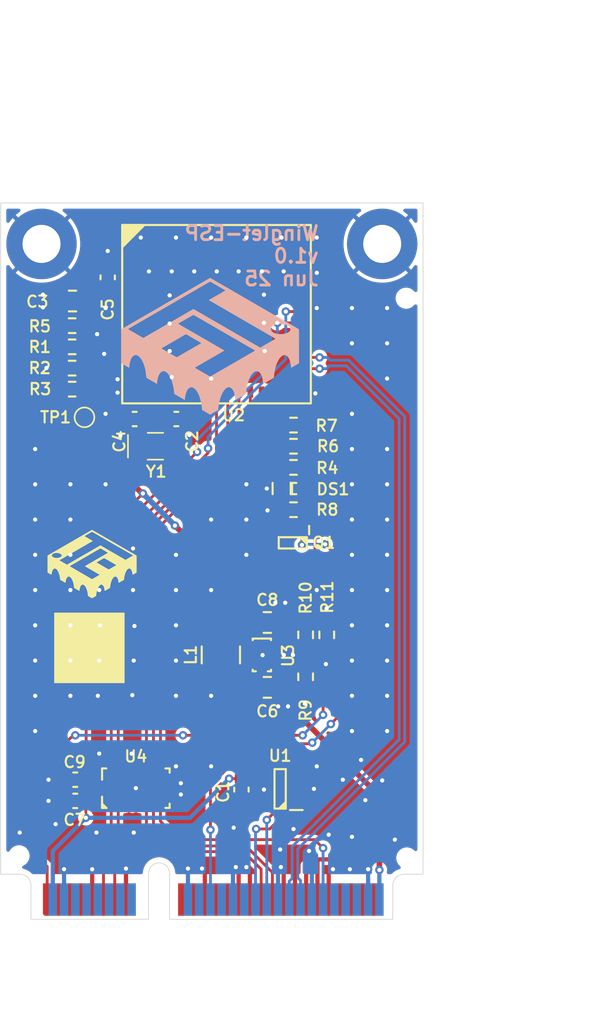
<source format=kicad_pcb>
(kicad_pcb (version 20241229) (generator "pcbnew") (generator_version "9.0")
  (title_block (title "${LAYER_NAME}") (date "2025-06-01") (rev "v1.0") (company "TL Embedded Ltd"))
  (layers (0 "F.Cu" signal) (2 "B.Cu" signal) (13 "F.Paste" user) (15 "B.Paste" user) (5 "F.SilkS" user "F.Silkscreen") (7 "B.SilkS" user "B.Silkscreen") (1 "F.Mask" user) (3 "B.Mask" user) (25 "Edge.Cuts" user))
  (property "LAYER_NAME" "")
  (net 0 "")
  (net 1 "GND")
  (net 2 "+VDDIO")
  (net 3 "/ESP/OSCO")
  (net 4 "/ESP/OSCI")
  (net 5 "+VDD")
  (net 6 "/Connector/I2C_SCL")
  (net 7 "/Connector/I2C_SDA")
  (net 9 "+BATT")
  (net 12 "/Connector/DCD")
  (net 16 "/Connector/USB_DM")
  (net 18 "/Connector/WAKE")
  (net 25 "/Connector/TX")
  (net 26 "/Connector/USB_DP")
  (net 28 "/Connector/RESET")
  (net 29 "/Connector/NETLIGHT")
  (net 36 "/Connector/DTR")
  (net 37 "/Connector/RX")
  (net 41 "Net-(U3-LX1)")
  (net 42 "/ESP/ESP_BOOT")
  (net 43 "Net-(U3-LX2)")
  (net 44 "/ESP/VDD_SNS")
  (net 45 "/ESP/IO2")
  (net 46 "/ESP/IO8")
  (net 48 "/ESP/ESP_DCD")
  (net 51 "/ESP/ESP_TX")
  (net 61 "/ESP/ESP_NETLIGHT")
  (net 64 "/ESP/ESP_DTR")
  (net 66 "/ESP/ESP_RX")
  (net 67 "Net-(DS1-A)")
  (net 68 "/ESP/LED")
  (net 75 "/ESP/ESP_EN")
  (net 76 "Net-(U3-FB)")
  (footprint "C_Capacitor:C_0603" (layer "F.Cu") (at 94.515 67.72 180)
    (property "Reference" "C4")
    (property "Value" "8p" (hide yes))
  )
  (footprint "N_NonPart:ToolingHole_1mm" (layer "F.Cu") (at 113.8 59.15)
    (property "Reference" "N2" (hide yes))
    (property "Value" "ToolingHole" (hide yes))
  )
  (footprint "C_Capacitor:C_0603" (layer "F.Cu") (at 97.475 67.72)
    (property "Reference" "C2")
    (property "Value" "8p" (hide yes))
  )
  (footprint "C_Capacitor:C_0603" (layer "F.Cu") (at 90.295 94.8 180)
    (property "Reference" "C7")
    (property "Value" "100n" (hide yes))
  )
  (footprint "R_Resistor:R_0603" (layer "F.Cu") (at 105.8 68.15 180)
    (property "Reference" "R7")
    (property "Value" "100K" (hide yes))
  )
  (footprint "R_Resistor:R_0603" (layer "F.Cu") (at 90.075 61.1)
    (property "Reference" "R5")
    (property "Value" "100K" (hide yes))
  )
  (footprint "C_Capacitor:C_0603" (layer "F.Cu") (at 92.6 57.675 90)
    (property "Reference" "C5")
    (property "Value" "100n" (hide yes))
  )
  (footprint "R_Resistor:R_0603" (layer "F.Cu") (at 105.8 69.65 180)
    (property "Reference" "R6")
    (property "Value" "100K" (hide yes))
  )
  (footprint "N_NonPart:QR_5mm_JLC" (layer "F.Cu") (at 91.3 83.95)
    (property "Reference" "N1" (hide yes))
    (property "Value" "QR 5mm" (hide yes))
  )
  (footprint "M_Mechanical:PTH_M2.5" (layer "F.Cu") (at 112.1 55.3 90)
    (property "Reference" "M2" (hide yes))
    (property "Value" "PTH_M2.5" (hide yes))
  )
  (footprint "R_Resistor:R_0603" (layer "F.Cu") (at 90.075 64.11 180)
    (property "Reference" "R2")
    (property "Value" "100K" (hide yes))
  )
  (footprint "U_IC:SOT583" (layer "F.Cu") (at 103.55 84.45)
    (property "Reference" "U3")
    (property "Value" "TPS631000DRLR" (hide yes))
  )
  (footprint "C_Capacitor:C_0805" (layer "F.Cu") (at 90.1 59.35 180)
    (property "Reference" "C3")
    (property "Value" "10u" (hide yes))
  )
  (footprint "R_Resistor:R_0603" (layer "F.Cu") (at 90.075 62.6)
    (property "Reference" "R1")
    (property "Value" "100K" (hide yes))
  )
  (footprint "R_Resistor:R_0603" (layer "F.Cu") (at 106.66 86 -90)
    (property "Reference" "R9")
    (property "Value" "100K" (hide yes))
  )
  (footprint "U_Module:ESP32-C3-MINI-1U" (layer "F.Cu") (at 100.33 60.91)
    (property "Reference" "U2")
    (property "Value" "ESP32-C3-MINI-1U-N4" (hide yes))
  )
  (footprint "R_Resistor:R_0603" (layer "F.Cu") (at 90.075 65.6)
    (property "Reference" "R3")
    (property "Value" "100K" (hide yes))
  )
  (footprint "L_Inductor:L_1210" (layer "F.Cu") (at 100.64 84.45 90)
    (property "Reference" "L1")
    (property "Value" "NLCV32T-1R0M-PFR" (hide yes))
  )
  (footprint "U_IC:SOT23_5" (layer "F.Cu") (at 104.85 93.95 180)
    (property "Reference" "U1")
    (property "Value" "24AA01T-I/OT" (hide yes))
  )
  (footprint "N_NonPart:PCIe-Mini" (layer "F.Cu") (at 100 100)
    (property "Reference" "N5" (hide yes))
    (property "Value" "PCIe-Mini" (hide yes))
    (fp_line (start -13.65 0) (end -15 0) (stroke (width 0.05)) (layer "Edge.Cuts"))
    (fp_line (start -12.85 3.2) (end -12.85 0.8) (stroke (width 0.05)) (layer "Edge.Cuts"))
    (fp_line (start -4.5 3.2) (end -12.85 3.2) (stroke (width 0.05)) (layer "Edge.Cuts"))
    (fp_line (start -4.5 3.2) (end -4.5 -0.05) (stroke (width 0.05)) (layer "Edge.Cuts"))
    (fp_line (start -3 3.2) (end -3 -0.05) (stroke (width 0.05)) (layer "Edge.Cuts"))
    (fp_line (start -3 3.2) (end 12.85 3.2) (stroke (width 0.05)) (layer "Edge.Cuts"))
    (fp_line (start 12.85 3.2) (end 12.85 0.8) (stroke (width 0.05)) (layer "Edge.Cuts"))
    (fp_line (start 15 0) (end 13.65 0) (stroke (width 0.05)) (layer "Edge.Cuts"))
    (fp_arc (start -13.65 0) (mid -13.084315 0.234315) (end -12.85 0.8) (stroke (width 0.05)) (layer "Edge.Cuts"))
    (fp_arc (start -4.5 -0.05) (mid -3.75 -0.8) (end -3 -0.05) (stroke (width 0.05)) (layer "Edge.Cuts"))
    (fp_arc (start 12.85 0.8) (mid 13.084314 0.234314) (end 13.65 0) (stroke (width 0.05)) (layer "Edge.Cuts"))
  )
  (footprint "R_Resistor:R_0603" (layer "F.Cu") (at 108.16 83.025 90)
    (property "Reference" "R11")
    (property "Value" "100K" (hide yes))
  )
  (footprint "C_Capacitor:C_0805" (layer "F.Cu") (at 103.94 82.15)
    (property "Reference" "C8")
    (property "Value" "47u,6.3V" (hide yes))
  )
  (footprint "TP_TestPoint:TestPoint_1mm" (layer "F.Cu") (at 90.95 67.6)
    (property "Reference" "TP1")
    (property "Value" "~" (hide yes))
  )
  (footprint "N_NonPart:TL_Embedded_5mm" (layer "F.Cu") (at 91.5 78)
    (property "Reference" "~" (hide yes))
    (property "Value" "TL_Embedded" (hide yes))
  )
  (footprint "R_Resistor:R_0603" (layer "F.Cu") (at 105.8 71.15)
    (property "Reference" "R4")
    (property "Value" "470R" (hide yes))
  )
  (footprint "N_NonPart:ToolingHole_1mm" (layer "F.Cu") (at 113.85 98.85)
    (property "Reference" "N3" (hide yes))
    (property "Value" "ToolingHole" (hide yes))
  )
  (footprint "Y_Oscillator:Crystal_SMD2_3.2x1.5" (layer "F.Cu") (at 95.99 69.65)
    (property "Reference" "Y1")
    (property "Value" "SC32S-7PF20PPM" (hide yes))
  )
  (footprint "DS_LED:DS_0603" (layer "F.Cu") (at 105.8 72.65)
    (property "Reference" "DS1")
    (property "Value" "150060RS55040" (hide yes))
  )
  (footprint "R_Resistor:R_0603" (layer "F.Cu") (at 106.66 83.025 -90)
    (property "Reference" "R10")
    (property "Value" "560K" (hide yes))
  )
  (footprint "C_Capacitor:C_0603" (layer "F.Cu") (at 102.1 94 -90)
    (property "Reference" "C1")
    (property "Value" "100n" (hide yes))
  )
  (footprint "U_IC:SC70-3" (layer "F.Cu") (at 105.75 76.5 -90)
    (property "Reference" "Q1")
    (property "Value" "DMG1012UW-7" (hide yes))
  )
  (footprint "C_Capacitor:C_0805" (layer "F.Cu") (at 103.94 86.75)
    (property "Reference" "C6")
    (property "Value" "10u" (hide yes))
  )
  (footprint "N_NonPart:ToolingHole_1mm" (layer "F.Cu") (at 86.3 98.7)
    (property "Reference" "N4" (hide yes))
    (property "Value" "ToolingHole" (hide yes))
  )
  (footprint "R_Resistor:R_0603" (layer "F.Cu") (at 105.8 74.15 180)
    (property "Reference" "R8")
    (property "Value" "100K" (hide yes))
  )
  (footprint "U_IC:WQFN20_05_4.5x2.5" (layer "F.Cu") (at 94.6 93.9 90)
    (property "Reference" "U4")
    (property "Value" "FXLA108BQX" (hide yes))
  )
  (footprint "M_Mechanical:PTH_M2.5" (layer "F.Cu") (at 87.9 55.3 90)
    (property "Reference" "M1" (hide yes))
    (property "Value" "PTH_M2.5" (hide yes))
  )
  (footprint "C_Capacitor:C_0603" (layer "F.Cu") (at 90.295 93.3 180)
    (property "Reference" "C9")
    (property "Value" "100n" (hide yes))
  )
  (footprint "N_NonPart:TL_Embedded_10mm" (layer "B.Cu") (at 99.85 62.55 180)
    (property "Reference" "~" (hide yes))
    (property "Value" "TL_Embedded" (hide yes))
  )
  (gr_line (start 85 52.4) (end 85 100) (stroke (width 0.05)) (layer "Edge.Cuts"))
  (gr_line (start 115 100) (end 115 52.4) (stroke (width 0.05)) (layer "Edge.Cuts"))
  (gr_line (start 115 52.4) (end 85 52.4) (stroke (width 0.05)) (layer "Edge.Cuts"))
  (gr_text "Winglet-ESP\nv1.0\nJun 25" (at 107.69 58.35 0) (layer "B.SilkS") (effects (font (size 1 1) (thickness 0.2) (bold yes)) (justify left bottom mirror)))
  (segment (start 93.9 101.8) (end 93.9 99.6) (width 0.3) (layer "F.Cu") (net 1))
  (segment (start 96.735 94.15) (end 94.85 94.15) (width 0.2) (layer "F.Cu") (net 1))
  (segment (start 104.9 99.55) (end 105.1 99.75) (width 0.3) (layer "F.Cu") (net 1))
  (segment (start 104.86 84.7) (end 105.11 84.45) (width 0.2) (layer "F.Cu") (net 1))
  (segment (start 103.865608 84.2) (end 103.600914 84.464694) (width 0.2) (layer "F.Cu") (net 1))
  (segment (start 104.29 84.2) (end 104.86 84.2) (width 0.2) (layer "F.Cu") (net 1))
  (segment (start 102.7 99.75) (end 102.7 101.8) (width 0.3) (layer "F.Cu") (net 1))
  (segment (start 108.3 101.8) (end 108.3 99.95) (width 0.3) (layer "F.Cu") (net 1))
  (segment (start 105.1 99.75) (end 105.1 101.8) (width 0.3) (layer "F.Cu") (net 1))
  (segment (start 94.85 94.15) (end 94.6 93.9) (width 0.2) (layer "F.Cu") (net 1))
  (segment (start 94.85 93.65) (end 94.6 93.9) (width 0.2) (layer "F.Cu") (net 1))
  (segment (start 91.5 101.8) (end 91.5 99.65) (width 0.3) (layer "F.Cu") (net 1))
  (segment (start 104.29 84.7) (end 103.83622 84.7) (width 0.2) (layer "F.Cu") (net 1))
  (segment (start 101.7 99.5) (end 101.7 99.55) (width 0.3) (layer "F.Cu") (net 1))
  (segment (start 103.83622 84.7) (end 103.600914 84.464694) (width 0.2) (layer "F.Cu") (net 1))
  (segment (start 108.3 99.95) (end 108.6 99.65) (width 0.3) (layer "F.Cu") (net 1))
  (segment (start 96.735 93.65) (end 94.85 93.65) (width 0.2) (layer "F.Cu") (net 1))
  (segment (start 104.29 84.7) (end 104.86 84.7) (width 0.2) (layer "F.Cu") (net 1))
  (segment (start 104.86 84.2) (end 105.11 84.45) (width 0.2) (layer "F.Cu") (net 1))
  (segment (start 101.9 99.75) (end 101.9 101.8) (width 0.3) (layer "F.Cu") (net 1))
  (segment (start 99.5 101.8) (end 99.5 99.8) (width 0.3) (layer "F.Cu") (net 1))
  (segment (start 104.9 99.5) (end 104.9 99.55) (width 0.3) (layer "F.Cu") (net 1))
  (segment (start 105.9 101.8) (end 105.9 99.5) (width 0.3) (layer "F.Cu") (net 1))
  (segment (start 99.5 99.8) (end 99.3 99.6) (width 0.3) (layer "F.Cu") (net 1))
  (segment (start 104.29 84.2) (end 103.865608 84.2) (width 0.2) (layer "F.Cu") (net 1))
  (segment (start 101.7 99.55) (end 101.9 99.75) (width 0.3) (layer "F.Cu") (net 1))
  (segment (start 102.45 99.5) (end 102.7 99.75) (width 0.3) (layer "F.Cu") (net 1))
  (via (at 103.7 60.9) (size 0.6) (drill 0.3) (layers "F.Cu" "B.Cu") (net 1))
  (via (at 109.95 77.35) (size 0.6) (drill 0.3) (layers "F.Cu" "B.Cu") (net 1))
  (via (at 89.95 74.85) (size 0.6) (drill 0.3) (layers "F.Cu" "B.Cu") (net 1))
  (via (at 112.45 89.85) (size 0.6) (drill 0.3) (layers "F.Cu" "B.Cu") (net 1))
  (via (at 98.75 57.25) (size 0.6) (drill 0.3) (layers "F.Cu" "B.Cu") (net 1))
  (via (at 92.45 72.35) (size 0.6) (drill 0.3) (layers "F.Cu" "B.Cu") (net 1))
  (via (at 87.45 72.35) (size 0.6) (drill 0.3) (layers "F.Cu" "B.Cu") (net 1))
  (via (at 109.95 89.85) (size 0.6) (drill 0.3) (layers "F.Cu" "B.Cu") (net 1))
  (via (at 94.4 79.85) (size 0.6) (drill 0.3) (layers "F.Cu" "B.Cu") (net 1))
  (via (at 111.1 99.65) (size 0.6) (drill 0.3) (layers "F.Cu" "B.Cu") (net 1))
  (via (at 107.45 57.35) (size 0.6) (drill 0.3) (layers "F.Cu" "B.Cu") (net 1))
  (via (at 94.45 97.05) (size 0.6) (drill 0.3) (layers "F.Cu" "B.Cu") (net 1))
  (via (at 107.45 59.85) (size 0.6) (drill 0.3) (layers "F.Cu" "B.Cu") (net 1))
  (via (at 99.3 99.6) (size 0.6) (drill 0.3) (layers "F.Cu" "B.Cu") (net 1))
  (via (at 106.6 87.9) (size 0.6) (drill 0.3) (layers "F.Cu" "B.Cu") (net 1))
  (via (at 104.95 54.85) (size 0.6) (drill 0.3) (layers "F.Cu" "B.Cu") (net 1))
  (via (at 92.35 63.1) (size 0.6) (drill 0.3) (layers "F.Cu" "B.Cu") (net 1))
  (via (at 109.95 74.85) (size 0.6) (drill 0.3) (layers "F.Cu" "B.Cu") (net 1))
  (via (at 97.45 82.35) (size 0.6) (drill 0.3) (layers "F.Cu" "B.Cu") (net 1))
  (via (at 108.1 85.1) (size 0.6) (drill 0.3) (layers "F.Cu" "B.Cu") (net 1))
  (via (at 103.7 94) (size 0.6) (drill 0.3) (layers "F.Cu" "B.Cu") (net 1))
  (via (at 94.4 76.9) (size 0.6) (drill 0.3) (layers "F.Cu" "B.Cu") (net 1))
  (via (at 99.95 74.85) (size 0.6) (drill 0.3) (layers "F.Cu" "B.Cu") (net 1))
  (via (at 109.95 62.35) (size 0.6) (drill 0.3) (layers "F.Cu" "B.Cu") (net 1))
  (via (at 87.45 69.85) (size 0.6) (drill 0.3) (layers "F.Cu" "B.Cu") (net 1))
  (via (at 109.95 69.85) (size 0.6) (drill 0.3) (layers "F.Cu" "B.Cu") (net 1))
  (via (at 105.8 96.8) (size 0.6) (drill 0.3) (layers "F.Cu" "B.Cu") (net 1))
  (via (at 92.05 82.35) (size 0.6) (drill 0.3) (layers "F.Cu" "B.Cu") (net 1))
  (via (at 109.95 84.85) (size 0.6) (drill 0.3) (layers "F.Cu" "B.Cu") (net 1))
  (via (at 87.45 87.35) (size 0.6) (drill 0.3) (layers "F.Cu" "B.Cu") (net 1))
  (via (at 94.6 93.9) (size 0.6) (drill 0.3) (layers "F.Cu" "B.Cu") (net 1))
  (via (at 101.7 99.5) (size 0.6) (drill 0.3) (layers "F.Cu" "B.Cu") (net 1))
  (via (at 109.95 82.35) (size 0.6) (drill 0.3) (layers "F.Cu" "B.Cu") (net 1))
  (via (at 103.9 72.65) (size 0.6) (drill 0.3) (layers "F.Cu" "B.Cu") (net 1))
  (via (at 102.45 72.35) (size 0.6) (drill 0.3) (layers "F.Cu" "B.Cu") (net 1))
  (via (at 105.76 84.45) (size 0.6) (drill 0.3) (layers "F.Cu" "B.Cu") (net 1))
  (via (at 89.95 82.35) (size 0.6) (drill 0.3) (layers "F.Cu" "B.Cu") (net 1))
  (via (at 95.53 57.25) (size 0.6) (drill 0.3) (layers "F.Cu" "B.Cu") (net 1))
  (via (at 88.395 94.8) (size 0.6) (drill 0.3) (layers "F.Cu" "B.Cu") (net 1))
  (via (at 110.9 94.75) (size 0.6) (drill 0.3) (layers "F.Cu" "B.Cu") (net 1))
  (via (at 91.5 99.65) (size 0.6) (drill 0.3) (layers "F.Cu" "B.Cu") (net 1))
  (via (at 101.55 96.7) (size 0.6) (drill 0.3) (layers "F.Cu" "B.Cu") (net 1))
  (via (at 112.45 87.35) (size 0.6) (drill 0.3) (layers "F.Cu" "B.Cu") (net 1))
  (via (at 88 59.8) (size 0.6) (drill 0.3) (layers "F.Cu" "B.Cu") (net 1))
  (via (at 103.55 57.25) (size 0.6) (drill 0.3) (layers "F.Cu" "B.Cu") (net 1))
  (via (at 94.5 82.4) (size 0.6) (drill 0.3) (layers "F.Cu" "B.Cu") (net 1))
  (via (at 112.45 82.35) (size 0.6) (drill 0.3) (layers "F.Cu" "B.Cu") (net 1))
  (via (at 92 79.85) (size 0.6) (drill 0.3) (layers "F.Cu" "B.Cu") (net 1))
  (via (at 93.3 65.85) (size 0.6) (drill 0.3) (layers "F.Cu" "B.Cu") (net 1))
  (via (at 107.45 92.35) (size 0.6) (drill 0.3) (layers "F.Cu" "B.Cu") (net 1))
  (via (at 113 97.55) (size 0.6) (drill 0.3) (layers "F.Cu" "B.Cu") (net 1))
  (via (at 89.95 72.35) (size 0.6) (drill 0.3) (layers "F.Cu" "B.Cu") (net 1))
  (via (at 110.6 91.9) (size 0.6) (drill 0.3) (layers "F.Cu" "B.Cu") (net 1))
  (via (at 97.45 92.35) (size 0.6) (drill 0.3) (layers "F.Cu" "B.Cu") (net 1))
  (via (at 104.51 80.75) (size 0.6) (drill 0.3) (layers "F.Cu" "B.Cu") (net 1))
  (via (at 112.45 77.35) (size 0.6) (drill 0.3) (layers "F.Cu" "B.Cu") (net 1))
  (via (at 104.85 98.25) (size 0.6) (drill 0.3) (layers "F.Cu" "B.Cu") (net 1))
  (via (at 99.95 79.85) (size 0.6) (drill 0.3) (layers "F.Cu" "B.Cu") (net 1))
  (via (at 92 91.45) (size 0.6) (drill 0.3) (layers "F.Cu" "B.Cu") (net 1))
  (via (at 88 58.9) (size 0.6) (drill 0.3) (layers "F.Cu" "B.Cu") (net 1))
  (via (at 105.11 84.45) (size 0.6) (drill 0.3) (layers "F.Cu" "B.Cu") (net 1))
  (via (at 97.45 84.85) (size 0.6) (drill 0.3) (layers "F.Cu" "B.Cu") (net 1))
  (via (at 87.45 74.85) (size 0.6) (drill 0.3) (layers "F.Cu" "B.Cu") (net 1))
  (via (at 93.5 68.9) (size 0.6) (drill 0.3) (layers "F.Cu" "B.Cu") (net 1))
  (via (at 109.95 67.35) (size 0.6) (drill 0.3) (layers "F.Cu" "B.Cu") (net 1))
  (via (at 99.95 92.35) (size 0.6) (drill 0.3) (layers "F.Cu" "B.Cu") (net 1))
  (via (at 94.35 87.3) (size 0.6) (drill 0.3) (layers "F.Cu" "B.Cu") (net 1))
  (via (at 98.4 68.85) (size 0.6) (drill 0.3) (layers "F.Cu" "B.Cu") (net 1))
  (via (at 89.5 99.65) (size 0.6) (drill 0.3) (layers "F.Cu" "B.Cu") (net 1))
  (via (at 89.95 79.85) (size 0.6) (drill 0.3) (layers "F.Cu" "B.Cu") (net 1))
  (via (at 97 58.95) (size 0.6) (drill 0.3) (layers "F.Cu" "B.Cu") (net 1))
  (via (at 109.3 93.3) (size 0.6) (drill 0.3) (layers "F.Cu" "B.Cu") (net 1))
  (via (at 112.45 79.85) (size 0.6) (drill 0.3) (layers "F.Cu" "B.Cu") (net 1))
  (via (at 103.75 62.9) (size 0.6) (drill 0.3) (layers "F.Cu" "B.Cu") (net 1))
  (via (at 112.45 72.35) (size 0.6) (drill 0.3) (layers "F.Cu" "B.Cu") (net 1))
  (via (at 97.45 77.35) (size 0.6) (drill 0.3) (layers "F.Cu" "B.Cu") (net 1))
  (via (at 105.1 57.25) (size 0.6) (drill 0.3) (layers "F.Cu" "B.Cu") (net 1))
  (via (at 92 84.85) (size 0.6) (drill 0.3) (layers "F.Cu" "B.Cu") (net 1))
  (via (at 112.45 84.85) (size 0.6) (drill 0.3) (layers "F.Cu" "B.Cu") (net 1))
  (via (at 97.45 54.85) (size 0.6) (drill 0.3) (layers "F.Cu" "B.Cu") (net 1))
  (via (at 112.45 69.85) (size 0.6) (drill 0.3) (layers "F.Cu" "B.Cu") (net 1))
  (via (at 99.95 87.35) (size 0.6) (drill 0.3) (layers "F.Cu" "B.Cu") (net 1))
  (via (at 107.45 79.85) (size 0.6) (drill 0.3) (layers "F.Cu" "B.Cu") (net 1))
  (via (at 107.25 93.95) (size 0.6) (drill 0.3) (layers "F.Cu" "B.Cu") (net 1))
  (via (at 103.7 58.9) (size 0.6) (drill 0.3) (layers "F.Cu" "B.Cu") (net 1))
  (via (at 112.45 74.85) (size 0.6) (drill 0.3) (layers "F.Cu" "B.Cu") (net 1))
  (via (at 88.9 96.45) (size 0.6) (drill 0.3) (layers "F.Cu" "B.Cu") (net 1))
  (via (at 87.45 77.35) (size 0.6) (drill 0.3) (layers "F.Cu" "B.Cu") (net 1))
  (via (at 92.45 59.85) (size 0.6) (drill 0.3) (layers "F.Cu" "B.Cu") (net 1))
  (via (at 107.35 65.9) (size 0.6) (drill 0.3) (layers "F.Cu" "B.Cu") (net 1))
  (via (at 109.95 79.85) (size 0.6) (drill 0.3) (layers "F.Cu" "B.Cu") (net 1))
  (via (at 94.3 91.45) (size 0.6) (drill 0.3) (layers "F.Cu" "B.Cu") (net 1))
  (via (at 112.45 64.85) (size 0.6) (drill 0.3) (layers "F.Cu" "B.Cu") (net 1))
  (via (at 97 62.9) (size 0.6) (drill 0.3) (layers "F.Cu" "B.Cu") (net 1))
  (via (at 97.45 79.85) (size 0.6) (drill 0.3) (layers "F.Cu" "B.Cu") (net 1))
  (via (at 87.45 79.85) (size 0.6) (drill 0.3) (layers "F.Cu" "B.Cu") (net 1))
  (via (at 97.15 64.75) (size 0.6) (drill 0.3) (layers "F.Cu" "B.Cu") (net 1))
  (via (at 108.6 99.65) (size 0.6) (drill 0.3) (layers "F.Cu" "B.Cu") (net 1))
  (via (at 91.8 97.05) (size 0.6) (drill 0.3) (layers "F.Cu" "B.Cu") (net 1))
  (via (at 109.95 59.85) (size 0.6) (drill 0.3) (layers "F.Cu" "B.Cu") (net 1))
  (via (at 104.71 88.1) (size 0.6) (drill 0.3) (layers "F.Cu" "B.Cu") (net 1))
  (via (at 94.95 54.85) (size 0.6) (drill 0.3) (layers "F.Cu" "B.Cu") (net 1))
  (via (at 105.41 88.1) (size 0.6) (drill 0.3) (layers "F.Cu" "B.Cu") (net 1))
  (via (at 87.45 82.35) (size 0.6) (drill 0.3) (layers "F.Cu" "B.Cu") (net 1))
  (via (at 99.95 64.85) (size 0.6) (drill 0.3) (layers "F.Cu" "B.Cu") (net 1))
  (via (at 102.45 77.35) (size 0.6) (drill 0.3) (layers "F.Cu" "B.Cu") (net 1))
  (via (at 97.45 87.35) (size 0.6) (drill 0.3) (layers "F.Cu" "B.Cu") (net 1))
  (via (at 109.8 99.65) (size 0.6) (drill 0.3) (layers "F.Cu" "B.Cu") (net 1))
  (via (at 89.95 77.35) (size 0.6) (drill 0.3) (layers "F.Cu" "B.Cu") (net 1))
  (via (at 97 60.95) (size 0.6) (drill 0.3) (layers "F.Cu" "B.Cu") (net 1))
  (via (at 109.95 97.35) (size 0.6) (drill 0.3) (layers "F.Cu" "B.Cu") (net 1))
  (via (at 112.45 59.85) (size 0.6) (drill 0.3) (layers "F.Cu" "B.Cu") (net 1))
  (via (at 92.45 67.35) (size 0.6) (drill 0.3) (layers "F.Cu" "B.Cu") (net 1))
  (via (at 92.6 55.8) (size 0.6) (drill 0.3) (layers "F.Cu" "B.Cu") (net 1))
  (via (at 107.45 54.85) (size 0.6) (drill 0.3) (layers "F.Cu" "B.Cu") (net 1))
  (via (at 109.95 72.35) (size 0.6) (drill 0.3) (layers "F.Cu" "B.Cu") (net 1))
  (via (at 103.600914 84.464694) (size 0.6) (drill 0.3) (layers "F.Cu" "B.Cu") (net 1))
  (via (at 101.9 57.25) (size 0.6) (drill 0.3) (layers "F.Cu" "B.Cu") (net 1))
  (via (at 99.95 54.85) (size 0.6) (drill 0.3) (layers "F.Cu" "B.Cu") (net 1))
  (via (at 87.45 89.85) (size 0.6) (drill 0.3) (layers "F.Cu" "B.Cu") (net 1))
  (via (at 91.9 87.35) (size 0.6) (drill 0.3) (layers "F.Cu" "B.Cu") (net 1))
  (via (at 89.95 84.85) (size 0.6) (drill 0.3) (layers "F.Cu" "B.Cu") (net 1))
  (via (at 98.3 99.6) (size 0.6) (drill 0.3) (layers "F.Cu" "B.Cu") (net 1))
  (via (at 93.3 64.9) (size 0.6) (drill 0.3) (layers "F.Cu" "B.Cu") (net 1))
  (via (at 108.3 97.2) (size 0.6) (drill 0.3) (layers "F.Cu" "B.Cu") (net 1))
  (via (at 97.15 57.25) (size 0.6) (drill 0.3) (layers "F.Cu" "B.Cu") (net 1))
  (via (at 112.45 62.35) (size 0.6) (drill 0.3) (layers "F.Cu" "B.Cu") (net 1))
  (via (at 102.45 74.85) (size 0.6) (drill 0.3) (layers "F.Cu" "B.Cu") (net 1))
  (via (at 94.45 84.85) (size 0.6) (drill 0.3) (layers "F.Cu" "B.Cu") (net 1))
  (via (at 102.45 99.5) (size 0.6) (drill 0.3) (layers "F.Cu" "B.Cu") (net 1))
  (via (at 89.95 87.35) (size 0.6) (drill 0.3) (layers "F.Cu" "B.Cu") (net 1))
  (via (at 112.1 93.35) (size 0.6) (drill 0.3) (layers "F.Cu" "B.Cu") (net 1))
  (via (at 91.85 61.7) (size 0.6) (drill 0.3) (layers "F.Cu" "B.Cu") (net 1))
  (via (at 109.95 87.35) (size 0.6) (drill 0.3) (layers "F.Cu" "B.Cu") (net 1))
  (via (at 108.15 81.15) (size 0.6) (drill 0.3) (layers "F.Cu" "B.Cu") (net 1))
  (via (at 88.395 93.3) (size 0.6) (drill 0.3) (layers "F.Cu" "B.Cu") (net 1))
  (via (at 97.795 93.55) (size 0.6) (drill 0.3) (layers "F.Cu" "B.Cu") (net 1))
  (via (at 104.9 99.5) (size 0.6) (drill 0.3) (layers "F.Cu" "B.Cu") (net 1))
  (via (at 88.25 64.1) (size 0.6) (drill 0.3) (layers "F.Cu" "B.Cu") (net 1))
  (via (at 100.35 57.25) (size 0.6) (drill 0.3) (layers "F.Cu" "B.Cu") (net 1))
  (via (at 93.9 99.6) (size 0.6) (drill 0.3) (layers "F.Cu" "B.Cu") (net 1))
  (via (at 87.45 84.85) (size 0.6) (drill 0.3) (layers "F.Cu" "B.Cu") (net 1))
  (via (at 106.9 98.35) (size 0.6) (drill 0.3) (layers "F.Cu" "B.Cu") (net 1))
  (via (at 102.45 54.85) (size 0.6) (drill 0.3) (layers "F.Cu" "B.Cu") (net 1))
  (via (at 86.35 97.05) (size 0.6) (drill 0.3) (layers "F.Cu" "B.Cu") (net 1))
  (via (at 97.795 94.35) (size 0.6) (drill 0.3) (layers "F.Cu" "B.Cu") (net 1))
  (via (at 105.21 80.75) (size 0.6) (drill 0.3) (layers "F.Cu" "B.Cu") (net 1))
  (via (at 103.95 74.2) (size 0.6) (drill 0.3) (layers "F.Cu" "B.Cu") (net 1))
  (segment (start 111.1 101.8) (end 111.1 99.65) (width 0.3) (layer "B.Cu") (net 1))
  (segment (start 101.5 101.8) (end 101.5 99.7) (width 0.3) (layer "B.Cu") (net 1))
  (segment (start 89.5 101.8) (end 89.5 99.65) (width 0.3) (layer "B.Cu") (net 1))
  (segment (start 104.7 99.7) (end 104.7 101.8) (width 0.3) (layer "B.Cu") (net 1))
  (segment (start 101.5 99.7) (end 101.7 99.5) (width 0.3) (layer "B.Cu") (net 1))
  (segment (start 98.3 101.8) (end 98.3 99.6) (width 0.3) (layer "B.Cu") (net 1))
  (segment (start 104.9 99.5) (end 104.7 99.7) (width 0.3) (layer "B.Cu") (net 1))
  (segment (start 107.1 101.8) (end 107.1 99.6) (width 0.3) (layer "B.Cu") (net 1))
  (segment (start 102.325 93) (end 102.1 93.225) (width 0.2) (layer "F.Cu") (net 2))
  (segment (start 91.05 94.82) (end 91.07 94.8) (width 0.2) (layer "F.Cu") (net 2))
  (segment (start 103.7 93) (end 102.325 93) (width 0.2) (layer "F.Cu") (net 2))
  (segment (start 91.72 94.15) (end 91.07 94.8) (width 0.2) (layer "F.Cu") (net 2))
  (segment (start 101.225 93.225) (end 102.1 93.225) (width 0.2) (layer "F.Cu") (net 2))
  (segment (start 92.465 94.15) (end 91.72 94.15) (width 0.2) (layer "F.Cu") (net 2))
  (segment (start 91.05 96) (end 91.05 94.82) (width 0.2) (layer "F.Cu") (net 2))
  (via (at 91.05 96) (size 0.6) (drill 0.3) (layers "F.Cu" "B.Cu") (net 2))
  (via (at 101.225 93.225) (size 0.6) (drill 0.3) (layers "F.Cu" "B.Cu") (net 2))
  (segment (start 98.45 96) (end 91.05 96) (width 0.3) (layer "B.Cu") (net 2))
  (segment (start 88.7 98.35) (end 91.05 96) (width 0.3) (layer "B.Cu") (net 2))
  (segment (start 101.225 93.225) (end 98.45 96) (width 0.3) (layer "B.Cu") (net 2))
  (segment (start 88.7 101.8) (end 88.7 98.35) (width 0.3) (layer "B.Cu") (net 2))
  (segment (start 97.24 68.26) (end 96.7 67.72) (width 0.2) (layer "F.Cu") (net 3))
  (segment (start 97.24 69.65) (end 97.24 68.26) (width 0.2) (layer "F.Cu") (net 3))
  (segment (start 96.33 65.81) (end 96.33 67.35) (width 0.2) (layer "F.Cu") (net 3))
  (segment (start 96.33 67.35) (end 96.7 67.72) (width 0.2) (layer "F.Cu") (net 3))
  (segment (start 94.74 68.27) (end 95.29 67.72) (width 0.2) (layer "F.Cu") (net 4))
  (segment (start 94.74 69.65) (end 94.74 68.27) (width 0.2) (layer "F.Cu") (net 4))
  (segment (start 95.53 67.48) (end 95.29 67.72) (width 0.2) (layer "F.Cu") (net 4))
  (segment (start 95.53 65.81) (end 95.53 67.48) (width 0.2) (layer "F.Cu") (net 4))
  (segment (start 95.05 73) (end 91.6 69.55) (width 0.4) (layer "F.Cu") (net 5))
  (segment (start 102.81 83.7) (end 102.81 82.33) (width 0.3) (layer "F.Cu") (net 5))
  (segment (start 91.6 69.55) (end 89.9 69.55) (width 0.4) (layer "F.Cu") (net 5))
  (segment (start 102.81 82.33) (end 102.99 82.15) (width 0.3) (layer "F.Cu") (net 5))
  (segment (start 95.1 73) (end 95.05 73) (width 0.4) (layer "F.Cu") (net 5))
  (segment (start 102.6 80.5) (end 97.375 75.275) (width 0.4) (layer "F.Cu") (net 5))
  (segment (start 89.25 62.6) (end 89.25 61.1) (width 0.2) (layer "F.Cu") (net 5))
  (segment (start 106.66 82.2) (end 105.684 83.176) (width 0.2) (layer "F.Cu") (net 5))
  (segment (start 91.89 58.51) (end 91.05 59.35) (width 0.4) (layer "F.Cu") (net 5))
  (segment (start 106.625 68.15) (end 106.625 69.65) (width 0.2) (layer "F.Cu") (net 5))
  (segment (start 91.42 93.65) (end 91.07 93.3) (width 0.2) (layer "F.Cu") (net 5))
  (segment (start 91.05 59.35) (end 91 59.35) (width 0.4) (layer "F.Cu") (net 5))
  (segment (start 87.55 67.2) (end 87.55 65.6) (width 0.4) (layer "F.Cu") (net 5))
  (segment (start 87.55 61.5) (end 87.95 61.1) (width 0.4) (layer "F.Cu") (net 5))
  (segment (start 107.326 70.351) (end 106.625 69.65) (width 0.2) (layer "F.Cu") (net 5))
  (segment (start 104.016 83.176) (end 102.99 82.15) (width 0.2) (layer "F.Cu") (net 5))
  (segment (start 94.43 58.51) (end 91.89 58.51) (width 0.4) (layer "F.Cu") (net 5))
  (segment (start 102.6 80.5) (end 102.65 80.5) (width 0.2) (layer "F.Cu") (net 5))
  (segment (start 91 59.35) (end 89.25 61.1) (width 0.4) (layer "F.Cu") (net 5))
  (segment (start 91.07 93.3) (end 91.07 77.03) (width 0.2) (layer "F.Cu") (net 5))
  (segment (start 102.65 80.5) (end 104.55 78.6) (width 0.2) (layer "F.Cu") (net 5))
  (segment (start 87.55 65.6) (end 87.55 61.5) (width 0.4) (layer "F.Cu") (net 5))
  (segment (start 102.99 80.89) (end 102.99 82.15) (width 0.4) (layer "F.Cu") (net 5))
  (segment (start 104.55 78.6) (end 106.4171 78.6) (width 0.2) (layer "F.Cu") (net 5))
  (segment (start 106.4171 78.6) (end 107.326 77.6911) (width 0.2) (layer "F.Cu") (net 5))
  (segment (start 87.95 61.1) (end 89.25 61.1) (width 0.4) (layer "F.Cu") (net 5))
  (segment (start 89.9 69.55) (end 87.55 67.2) (width 0.4) (layer "F.Cu") (net 5))
  (segment (start 89.25 65.6) (end 87.55 65.6) (width 0.2) (layer "F.Cu") (net 5))
  (segment (start 102.6 80.5) (end 102.99 80.89) (width 0.4) (layer "F.Cu") (net 5))
  (segment (start 107.326 77.6911) (end 107.326 70.351) (width 0.2) (layer "F.Cu") (net 5))
  (segment (start 92.465 93.65) (end 91.42 93.65) (width 0.2) (layer "F.Cu") (net 5))
  (segment (start 105.684 83.176) (end 104.016 83.176) (width 0.2) (layer "F.Cu") (net 5))
  (segment (start 91.07 77.03) (end 95.1 73) (width 0.2) (layer "F.Cu") (net 5))
  (via (at 97.375 75.275) (size 0.6) (drill 0.3) (layers "F.Cu" "B.Cu") (net 5))
  (via (at 95.1 73) (size 0.6) (drill 0.3) (layers "F.Cu" "B.Cu") (net 5))
  (segment (start 95.1 73) (end 97.375 75.275) (width 0.4) (layer "B.Cu") (net 5))
  (segment (start 103.143162 96.793162) (end 104.106838 96.793162) (width 0.2) (layer "F.Cu") (net 6))
  (segment (start 103.143162 96.793162) (end 103.137641 96.793162) (width 0.2) (layer "F.Cu") (net 6))
  (segment (start 104.106838 96.793162) (end 106 94.9) (width 0.2) (layer "F.Cu") (net 6))
  (segment (start 103.137641 96.793162) (end 103.1 96.830803) (width 0.2) (layer "F.Cu") (net 6))
  (via (at 103.143162 96.793162) (size 0.6) (drill 0.3) (layers "F.Cu" "B.Cu") (net 6))
  (segment (start 103.1 96.836323) (end 103.1 101.8) (width 0.2) (layer "B.Cu") (net 6))
  (segment (start 103.143162 96.793162) (end 103.1 96.836323) (width 0.2) (layer "B.Cu") (net 6))
  (segment (start 103.9 96.15) (end 105.099 94.951) (width 0.2) (layer "F.Cu") (net 7))
  (segment (start 106.15 93) (end 106 93) (width 0.2) (layer "F.Cu") (net 7))
  (segment (start 105.099 93.301001) (end 105.400001 93) (width 0.2) (layer "F.Cu") (net 7))
  (segment (start 105.099 94.951) (end 105.099 93.301001) (width 0.2) (layer "F.Cu") (net 7))
  (segment (start 105.400001 93) (end 106 93) (width 0.2) (layer "F.Cu") (net 7))
  (via (at 103.9 96.15) (size 0.6) (drill 0.3) (layers "F.Cu" "B.Cu") (net 7))
  (segment (start 103.9 96.15) (end 103.9 101.8) (width 0.2) (layer "B.Cu") (net 7))
  (segment (start 102.81 86.57) (end 102.99 86.75) (width 0.3) (layer "F.Cu") (net 9))
  (segment (start 107.15 98.95) (end 107.5 98.95) (width 0.3) (layer "F.Cu") (net 9))
  (segment (start 102.81 85.2) (end 102.81 86.57) (width 0.3) (layer "F.Cu") (net 9))
  (segment (start 111.9 99.7) (end 111.9 98.95) (width 0.4) (layer "F.Cu") (net 9))
  (segment (start 103.95 89.15) (end 102.99 88.19) (width 0.4) (layer "F.Cu") (net 9))
  (segment (start 102.99 88.19) (end 102.99 86.75) (width 0.4) (layer "F.Cu") (net 9))
  (segment (start 106.6 89.15) (end 103.95 89.15) (width 0.4) (layer "F.Cu") (net 9))
  (segment (start 107.5 101.8) (end 107.5 98.95) (width 0.3) (layer "F.Cu") (net 9))
  (segment (start 106.7 99.4) (end 107.15 98.95) (width 0.3) (layer "F.Cu") (net 9))
  (segment (start 111.9 94.45) (end 106.6 89.15) (width 0.4) (layer "F.Cu") (net 9))
  (segment (start 111.9 98.95) (end 111.9 94.45) (width 0.4) (layer "F.Cu") (net 9))
  (segment (start 107.5 98.95) (end 111.9 98.95) (width 0.3) (layer "F.Cu") (net 9))
  (segment (start 106.7 101.8) (end 106.7 99.4) (width 0.3) (layer "F.Cu") (net 9))
  (via (at 111.9 99.7) (size 0.6) (drill 0.3) (layers "F.Cu" "B.Cu") (net 9))
  (segment (start 111.9 101.8) (end 111.9 99.7) (width 0.3) (layer "B.Cu") (net 9))
  (segment (start 104.3 99.8829) (end 102.4161 97.999) (width 0.2) (layer "F.Cu") (net 12))
  (segment (start 104.3 101.8) (end 104.3 99.8829) (width 0.2) (layer "F.Cu") (net 12))
  (segment (start 97.445 97.999) (end 95.85 96.404) (width 0.2) (layer "F.Cu") (net 12))
  (segment (start 102.4161 97.999) (end 97.445 97.999) (width 0.2) (layer "F.Cu") (net 12))
  (segment (start 95.85 96.404) (end 95.85 95.035) (width 0.2) (layer "F.Cu") (net 12))
  (segment (start 107.65 64.150003) (end 106.270003 64.150003) (width 0.2) (layer "F.Cu") (net 16))
  (segment (start 106.270003 64.150003) (end 106.23 64.11) (width 0.2) (layer "F.Cu") (net 16))
  (via (at 107.65 64.150003) (size 0.6) (drill 0.3) (layers "F.Cu" "B.Cu") (net 16))
  (segment (start 105.5 101.8) (end 105.5 100.5) (width 0.2) (layer "B.Cu") (net 16))
  (segment (start 113.3 67.7) (end 109.55 63.95) (width 0.2) (layer "B.Cu") (net 16))
  (segment (start 108.15 64.150003) (end 107.65 64.150003) (width 0.2) (layer "B.Cu") (net 16))
  (segment (start 109.55 63.95) (end 108.350003 63.95) (width 0.2) (layer "B.Cu") (net 16))
  (segment (start 105.5 100.5) (end 105.699 100.301) (width 0.2) (layer "B.Cu") (net 16))
  (segment (start 113.3 90.45) (end 113.3 67.7) (width 0.2) (layer "B.Cu") (net 16))
  (segment (start 105.699 100.301) (end 105.699 98.051) (width 0.2) (layer "B.Cu") (net 16))
  (segment (start 108.350003 63.95) (end 108.15 64.150003) (width 0.2) (layer "B.Cu") (net 16))
  (segment (start 105.699 98.051) (end 113.3 90.45) (width 0.2) (layer "B.Cu") (net 16))
  (segment (start 106.45 90.15) (end 97.95 90.15) (width 0.2) (layer "F.Cu") (net 18))
  (segment (start 90.3 90.15) (end 90.15 90.15) (width 0.2) (layer "F.Cu") (net 18))
  (segment (start 107.9 86.415) (end 107.9 88.7) (width 0.2) (layer "F.Cu") (net 18))
  (segment (start 88.3 99.45) (end 88.3 101.8) (width 0.2) (layer "F.Cu") (net 18))
  (segment (start 87.5 92.8) (end 87.5 98.65) (width 0.2) (layer "F.Cu") (net 18))
  (segment (start 104.29 85.2) (end 106.635 85.2) (width 0.2) (layer "F.Cu") (net 18))
  (segment (start 106.635 85.2) (end 106.66 85.175) (width 0.2) (layer "F.Cu") (net 18))
  (segment (start 87.5 98.65) (end 88.3 99.45) (width 0.2) (layer "F.Cu") (net 18))
  (segment (start 106.66 85.175) (end 107.9 86.415) (width 0.2) (layer "F.Cu") (net 18))
  (segment (start 90.15 90.15) (end 87.5 92.8) (width 0.2) (layer "F.Cu") (net 18))
  (via (at 97.95 90.15) (size 0.6) (drill 0.3) (layers "F.Cu" "B.Cu") (net 18))
  (via (at 90.3 90.15) (size 0.6) (drill 0.3) (layers "F.Cu" "B.Cu") (net 18))
  (via (at 107.9 88.7) (size 0.6) (drill 0.3) (layers "F.Cu" "B.Cu") (net 18))
  (via (at 106.45 90.15) (size 0.6) (drill 0.3) (layers "F.Cu" "B.Cu") (net 18))
  (segment (start 97.95 90.15) (end 90.3 90.15) (width 0.2) (layer "B.Cu") (net 18))
  (segment (start 107.9 88.7) (end 106.45 90.15) (width 0.2) (layer "B.Cu") (net 18))
  (segment (start 93.1 101.8) (end 93.1 98.9171) (width 0.2) (layer "F.Cu") (net 25))
  (segment (start 93.1 98.9171) (end 93.35 98.6671) (width 0.2) (layer "F.Cu") (net 25))
  (segment (start 93.35 98.6671) (end 93.35 95.035) (width 0.2) (layer "F.Cu") (net 25))
  (segment (start 107.65 63.35) (end 106.27 63.35) (width 0.2) (layer "F.Cu") (net 26))
  (segment (start 106.27 63.35) (end 106.23 63.31) (width 0.2) (layer "F.Cu") (net 26))
  (via (at 107.65 63.35) (size 0.6) (drill 0.3) (layers "F.Cu" "B.Cu") (net 26))
  (segment (start 106.1 98.2171) (end 113.701 90.6161) (width 0.2) (layer "B.Cu") (net 26))
  (segment (start 108.399 63.549) (end 108.2 63.35) (width 0.2) (layer "B.Cu") (net 26))
  (segment (start 109.7161 63.549) (end 108.399 63.549) (width 0.2) (layer "B.Cu") (net 26))
  (segment (start 113.701 67.5339) (end 109.7161 63.549) (width 0.2) (layer "B.Cu") (net 26))
  (segment (start 106.3 100.45) (end 106.1 100.25) (width 0.2) (layer "B.Cu") (net 26))
  (segment (start 106.1 100.25) (end 106.1 98.2171) (width 0.2) (layer "B.Cu") (net 26))
  (segment (start 106.3 101.8) (end 106.3 100.45) (width 0.2) (layer "B.Cu") (net 26))
  (segment (start 113.701 90.6161) (end 113.701 67.5339) (width 0.2) (layer "B.Cu") (net 26))
  (segment (start 108.2 63.35) (end 107.65 63.35) (width 0.2) (layer "B.Cu") (net 26))
  (segment (start 102.849057 90.751) (end 107.049 90.751) (width 0.2) (layer "F.Cu") (net 28))
  (segment (start 108.936 88.864) (end 108.936 77.486) (width 0.2) (layer "F.Cu") (net 28))
  (segment (start 107.049 90.751) (end 107.130025 90.669975) (width 0.2) (layer "F.Cu") (net 28))
  (segment (start 108.45 89.35) (end 108.936 88.864) (width 0.2) (layer "F.Cu") (net 28))
  (segment (start 99.9 96.85) (end 99.9 93.700057) (width 0.2) (layer "F.Cu") (net 28))
  (segment (start 108.936 77.486) (end 108.05 76.6) (width 0.2) (layer "F.Cu") (net 28))
  (segment (start 106.4 75.6) (end 106.4 74.425) (width 0.2) (layer "F.Cu") (net 28))
  (segment (start 106.4 76.65) (end 106.4 75.55) (width 0.2) (layer "F.Cu") (net 28))
  (segment (start 106.4 74.425) (end 106.625 74.2) (width 0.2) (layer "F.Cu") (net 28))
  (segment (start 99.9 93.700057) (end 102.849057 90.751) (width 0.2) (layer "F.Cu") (net 28))
  (via (at 107.130025 90.669975) (size 0.6) (drill 0.3) (layers "F.Cu" "B.Cu") (net 28))
  (via (at 106.4 76.65) (size 0.6) (drill 0.3) (layers "F.Cu" "B.Cu") (net 28))
  (via (at 108.45 89.35) (size 0.6) (drill 0.3) (layers "F.Cu" "B.Cu") (net 28))
  (via (at 108.05 76.6) (size 0.6) (drill 0.3) (layers "F.Cu" "B.Cu") (net 28))
  (via (at 99.9 96.85) (size 0.6) (drill 0.3) (layers "F.Cu" "B.Cu") (net 28))
  (segment (start 99.9 101.8) (end 99.9 96.85) (width 0.2) (layer "B.Cu") (net 28))
  (segment (start 108.05 76.6) (end 106.45 76.6) (width 0.2) (layer "B.Cu") (net 28))
  (segment (start 106.45 76.6) (end 106.4 76.65) (width 0.2) (layer "B.Cu") (net 28))
  (segment (start 107.130025 90.669975) (end 108.45 89.35) (width 0.2) (layer "B.Cu") (net 28))
  (segment (start 102.5342 97.55) (end 107.3 97.55) (width 0.2) (layer "F.Cu") (net 29))
  (segment (start 97.65 97.55) (end 96.35 96.25) (width 0.2) (layer "F.Cu") (net 29))
  (segment (start 96.35 96.25) (end 96.35 95.95) (width 0.2) (layer "F.Cu") (net 29))
  (segment (start 96.35 95.035) (end 96.35 95.95) (width 0.2) (layer "F.Cu") (net 29))
  (segment (start 96.35 95.95) (end 96.35 96.055) (width 0.2) (layer "F.Cu") (net 29))
  (segment (start 107.3 97.55) (end 107.9 98.15) (width 0.2) (layer "F.Cu") (net 29))
  (segment (start 102.5342 97.55) (end 97.65 97.55) (width 0.2) (layer "F.Cu") (net 29))
  (via (at 107.9 98.15) (size 0.6) (drill 0.3) (layers "F.Cu" "B.Cu") (net 29))
  (segment (start 107.9 98.15) (end 107.9 101.8) (width 0.2) (layer "B.Cu") (net 29))
  (segment (start 102.25 98.4) (end 103.5 99.65) (width 0.2) (layer "F.Cu") (net 36))
  (segment (start 103.5 99.65) (end 103.5 101.8) (width 0.2) (layer "F.Cu") (net 36))
  (segment (start 97.245 98.4) (end 102.25 98.4) (width 0.2) (layer "F.Cu") (net 36))
  (segment (start 95.35 95.035) (end 95.35 96.505) (width 0.2) (layer "F.Cu") (net 36))
  (segment (start 95.35 96.505) (end 97.245 98.4) (width 0.2) (layer "F.Cu") (net 36))
  (segment (start 92.3 99.15) (end 92.3 101.8) (width 0.2) (layer "F.Cu") (net 37))
  (segment (start 92.85 95.035) (end 92.85 98.6) (width 0.2) (layer "F.Cu") (net 37))
  (segment (start 92.85 98.6) (end 92.3 99.15) (width 0.2) (layer "F.Cu") (net 37))
  (segment (start 101.21 85.85) (end 100.64 85.85) (width 0.3) (layer "F.Cu") (net 41))
  (segment (start 102.81 84.7) (end 102.36 84.7) (width 0.3) (layer "F.Cu") (net 41))
  (segment (start 102.36 84.7) (end 101.21 85.85) (width 0.3) (layer "F.Cu") (net 41))
  (segment (start 105.75 68.925) (end 104.975 68.15) (width 0.2) (layer "F.Cu") (net 42))
  (segment (start 105.75 77.45) (end 105.75 68.925) (width 0.2) (layer "F.Cu") (net 42))
  (segment (start 104.33 67.505) (end 104.975 68.15) (width 0.2) (layer "F.Cu") (net 42))
  (segment (start 104.33 65.81) (end 104.33 67.505) (width 0.2) (layer "F.Cu") (net 42))
  (segment (start 101.21 83.05) (end 100.64 83.05) (width 0.3) (layer "F.Cu") (net 43))
  (segment (start 102.81 84.2) (end 102.36 84.2) (width 0.3) (layer "F.Cu") (net 43))
  (segment (start 102.36 84.2) (end 101.21 83.05) (width 0.3) (layer "F.Cu") (net 43))
  (segment (start 90.9 64.11) (end 90.9 62.6) (width 0.2) (layer "F.Cu") (net 44))
  (segment (start 93.5971 60.91) (end 91.9071 62.6) (width 0.2) (layer "F.Cu") (net 44))
  (segment (start 91.9071 62.6) (end 90.9 62.6) (width 0.2) (layer "F.Cu") (net 44))
  (segment (start 94.43 60.91) (end 93.5971 60.91) (width 0.2) (layer "F.Cu") (net 44))
  (segment (start 92.84 61.1) (end 90.9 61.1) (width 0.2) (layer "F.Cu") (net 45))
  (segment (start 93.83 60.11) (end 92.84 61.1) (width 0.2) (layer "F.Cu") (net 45))
  (segment (start 94.43 60.11) (end 93.83 60.11) (width 0.2) (layer "F.Cu") (net 45))
  (segment (start 103.53 65.81) (end 103.53 68.205) (width 0.2) (layer "F.Cu") (net 46))
  (segment (start 103.53 68.205) (end 104.975 69.65) (width 0.2) (layer "F.Cu") (net 46))
  (segment (start 95.85 75.2171) (end 101.13 69.9371) (width 0.2) (layer "F.Cu") (net 48))
  (segment (start 101.13 69.9371) (end 101.13 65.81) (width 0.2) (layer "F.Cu") (net 48))
  (segment (start 95.85 92.765) (end 95.85 75.2171) (width 0.2) (layer "F.Cu") (net 48))
  (segment (start 106.22 60.1) (end 106.23 60.11) (width 0.2) (layer "F.Cu") (net 51))
  (segment (start 105.25 60.1) (end 106.22 60.1) (width 0.2) (layer "F.Cu") (net 51))
  (segment (start 99.73 69.8) (end 99.73 70.12) (width 0.2) (layer "F.Cu") (net 51))
  (segment (start 99.73 70.12) (end 93.35 76.5) (width 0.2) (layer "F.Cu") (net 51))
  (segment (start 93.35 76.5) (end 93.35 92.765) (width 0.2) (layer "F.Cu") (net 51))
  (via (at 105.25 60.1) (size 0.6) (drill 0.3) (layers "F.Cu" "B.Cu") (net 51))
  (via (at 99.73 69.8) (size 0.6) (drill 0.3) (layers "F.Cu" "B.Cu") (net 51))
  (segment (start 99.73 69.8) (end 99.73 68.9871) (width 0.2) (layer "B.Cu") (net 51))
  (segment (start 105.25 60.650057) (end 105.25 60.1) (width 0.2) (layer "B.Cu") (net 51))
  (segment (start 105.251 60.651057) (end 105.25 60.650057) (width 0.2) (layer "B.Cu") (net 51))
  (segment (start 105.25 61.149943) (end 105.251 61.148943) (width 0.2) (layer "B.Cu") (net 51))
  (segment (start 105.251 61.148943) (end 105.251 60.651057) (width 0.2) (layer "B.Cu") (net 51))
  (segment (start 105.25 63.4671) (end 105.25 61.149943) (width 0.2) (layer "B.Cu") (net 51))
  (segment (start 99.73 68.9871) (end 105.25 63.4671) (width 0.2) (layer "B.Cu") (net 51))
  (segment (start 101.93 69.7042) (end 96.35 75.2842) (width 0.2) (layer "F.Cu") (net 61))
  (segment (start 96.35 75.2842) (end 96.35 92.765) (width 0.2) (layer "F.Cu") (net 61))
  (segment (start 101.93 65.81) (end 101.93 69.7042) (width 0.2) (layer "F.Cu") (net 61))
  (segment (start 95.35 75.15) (end 100.33 70.17) (width 0.2) (layer "F.Cu") (net 64))
  (segment (start 100.33 70.17) (end 100.33 65.81) (width 0.2) (layer "F.Cu") (net 64))
  (segment (start 95.35 92.765) (end 95.35 75.15) (width 0.2) (layer "F.Cu") (net 64))
  (segment (start 106.22 60.9) (end 106.23 60.91) (width 0.2) (layer "F.Cu") (net 66))
  (segment (start 92.85 92.765) (end 92.85 76.15147) (width 0.2) (layer "F.Cu") (net 66))
  (segment (start 92.85 76.15147) (end 98.950367 70.051103) (width 0.2) (layer "F.Cu") (net 66))
  (segment (start 104.65 60.9) (end 106.22 60.9) (width 0.2) (layer "F.Cu") (net 66))
  (via (at 104.65 60.9) (size 0.6) (drill 0.3) (layers "F.Cu" "B.Cu") (net 66))
  (via (at 98.950367 70.051103) (size 0.6) (drill 0.3) (layers "F.Cu" "B.Cu") (net 66))
  (segment (start 98.950367 69.199633) (end 104.65 63.5) (width 0.2) (layer "B.Cu") (net 66))
  (segment (start 104.65 63.5) (end 104.65 60.9) (width 0.2) (layer "B.Cu") (net 66))
  (segment (start 98.950367 70.051103) (end 98.950367 69.199633) (width 0.2) (layer "B.Cu") (net 66))
  (segment (start 106.625 71.15) (end 106.625 72.6125) (width 0.2) (layer "F.Cu") (net 67))
  (segment (start 106.625 72.6125) (end 106.5875 72.65) (width 0.2) (layer "F.Cu") (net 67))
  (segment (start 102.73 68.905) (end 104.975 71.15) (width 0.2) (layer "F.Cu") (net 68))
  (segment (start 102.73 65.81) (end 102.73 68.905) (width 0.2) (layer "F.Cu") (net 68))
  (segment (start 90.9 65.6) (end 90.9 67.55) (width 0.2) (layer "F.Cu") (net 75))
  (segment (start 93.94 62.51) (end 90.9 65.55) (width 0.2) (layer "F.Cu") (net 75))
  (segment (start 90.9 67.55) (end 90.95 67.6) (width 0.2) (layer "F.Cu") (net 75))
  (segment (start 94.43 62.51) (end 93.94 62.51) (width 0.2) (layer "F.Cu") (net 75))
  (segment (start 104.29 83.7) (end 106.51 83.7) (width 0.2) (layer "F.Cu") (net 76))
  (segment (start 106.51 83.7) (end 106.66 83.85) (width 0.2) (layer "F.Cu") (net 76))
  (segment (start 106.66 83.85) (end 108.16 83.85) (width 0.2) (layer "F.Cu") (net 76))
  (zone (net 1) (net_name "GND") (layers "F.Cu" "B.Cu") (name "GND") (connect_pads (clearance 0.25)) (min_thickness 0.25) (fill yes (thermal_gap 0.25) (thermal_bridge_width 0.3))
    (polygon (pts (xy 85 52.4) (xy 115 52.4) (xy 115 100) (xy 85 100)))
  )
)
</source>
